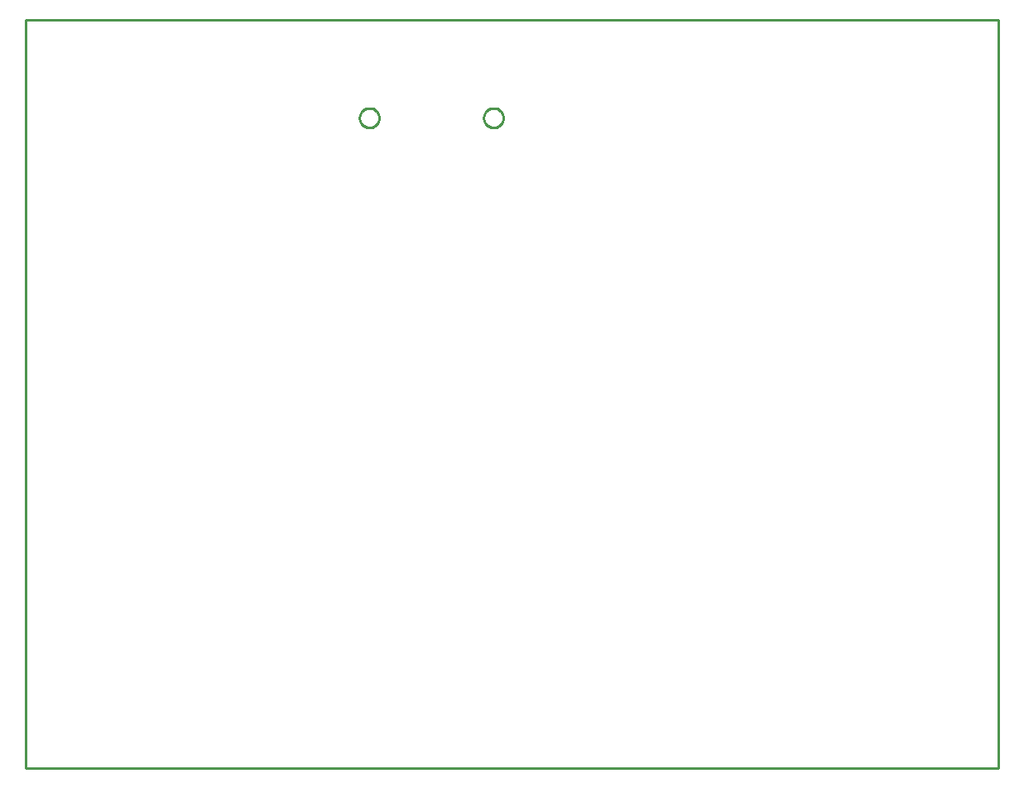
<source format=gbr>
G04 EAGLE Gerber RS-274X export*
G75*
%MOMM*%
%FSLAX34Y34*%
%LPD*%
%IN*%
%IPPOS*%
%AMOC8*
5,1,8,0,0,1.08239X$1,22.5*%
G01*
%ADD10C,0.254000*%


D10*
X225000Y35000D02*
X1220000Y35000D01*
X1220000Y800000D01*
X225000Y800000D01*
X225000Y35000D01*
X586500Y699563D02*
X586424Y698694D01*
X586272Y697834D01*
X586046Y696990D01*
X585748Y696170D01*
X585379Y695378D01*
X584942Y694622D01*
X584441Y693907D01*
X583880Y693238D01*
X583262Y692620D01*
X582593Y692059D01*
X581878Y691558D01*
X581122Y691121D01*
X580330Y690752D01*
X579510Y690454D01*
X578666Y690228D01*
X577807Y690076D01*
X576937Y690000D01*
X576063Y690000D01*
X575194Y690076D01*
X574334Y690228D01*
X573490Y690454D01*
X572670Y690752D01*
X571878Y691121D01*
X571122Y691558D01*
X570407Y692059D01*
X569738Y692620D01*
X569120Y693238D01*
X568559Y693907D01*
X568058Y694622D01*
X567621Y695378D01*
X567252Y696170D01*
X566954Y696990D01*
X566728Y697834D01*
X566576Y698694D01*
X566500Y699563D01*
X566500Y700437D01*
X566576Y701307D01*
X566728Y702166D01*
X566954Y703010D01*
X567252Y703830D01*
X567621Y704622D01*
X568058Y705378D01*
X568559Y706093D01*
X569120Y706762D01*
X569738Y707380D01*
X570407Y707941D01*
X571122Y708442D01*
X571878Y708879D01*
X572670Y709248D01*
X573490Y709546D01*
X574334Y709772D01*
X575194Y709924D01*
X576063Y710000D01*
X576937Y710000D01*
X577807Y709924D01*
X578666Y709772D01*
X579510Y709546D01*
X580330Y709248D01*
X581122Y708879D01*
X581878Y708442D01*
X582593Y707941D01*
X583262Y707380D01*
X583880Y706762D01*
X584441Y706093D01*
X584942Y705378D01*
X585379Y704622D01*
X585748Y703830D01*
X586046Y703010D01*
X586272Y702166D01*
X586424Y701307D01*
X586500Y700437D01*
X586500Y699563D01*
X713500Y699563D02*
X713424Y698694D01*
X713272Y697834D01*
X713046Y696990D01*
X712748Y696170D01*
X712379Y695378D01*
X711942Y694622D01*
X711441Y693907D01*
X710880Y693238D01*
X710262Y692620D01*
X709593Y692059D01*
X708878Y691558D01*
X708122Y691121D01*
X707330Y690752D01*
X706510Y690454D01*
X705666Y690228D01*
X704807Y690076D01*
X703937Y690000D01*
X703063Y690000D01*
X702194Y690076D01*
X701334Y690228D01*
X700490Y690454D01*
X699670Y690752D01*
X698878Y691121D01*
X698122Y691558D01*
X697407Y692059D01*
X696738Y692620D01*
X696120Y693238D01*
X695559Y693907D01*
X695058Y694622D01*
X694621Y695378D01*
X694252Y696170D01*
X693954Y696990D01*
X693728Y697834D01*
X693576Y698694D01*
X693500Y699563D01*
X693500Y700437D01*
X693576Y701307D01*
X693728Y702166D01*
X693954Y703010D01*
X694252Y703830D01*
X694621Y704622D01*
X695058Y705378D01*
X695559Y706093D01*
X696120Y706762D01*
X696738Y707380D01*
X697407Y707941D01*
X698122Y708442D01*
X698878Y708879D01*
X699670Y709248D01*
X700490Y709546D01*
X701334Y709772D01*
X702194Y709924D01*
X703063Y710000D01*
X703937Y710000D01*
X704807Y709924D01*
X705666Y709772D01*
X706510Y709546D01*
X707330Y709248D01*
X708122Y708879D01*
X708878Y708442D01*
X709593Y707941D01*
X710262Y707380D01*
X710880Y706762D01*
X711441Y706093D01*
X711942Y705378D01*
X712379Y704622D01*
X712748Y703830D01*
X713046Y703010D01*
X713272Y702166D01*
X713424Y701307D01*
X713500Y700437D01*
X713500Y699563D01*
M02*

</source>
